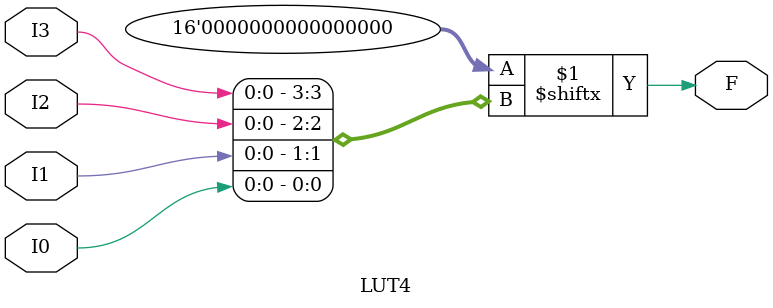
<source format=v>
`ifdef verilator3
`else
`timescale 1 ps / 1 ps
`endif

module LUT4
#(
    parameter [15:0] INIT = 16'h0
)
(
    input  I0,
    input  I1,
    input  I2,
    input  I3,
    output F
);

    assign F = INIT[{I3, I2, I1, I0}];

endmodule

</source>
